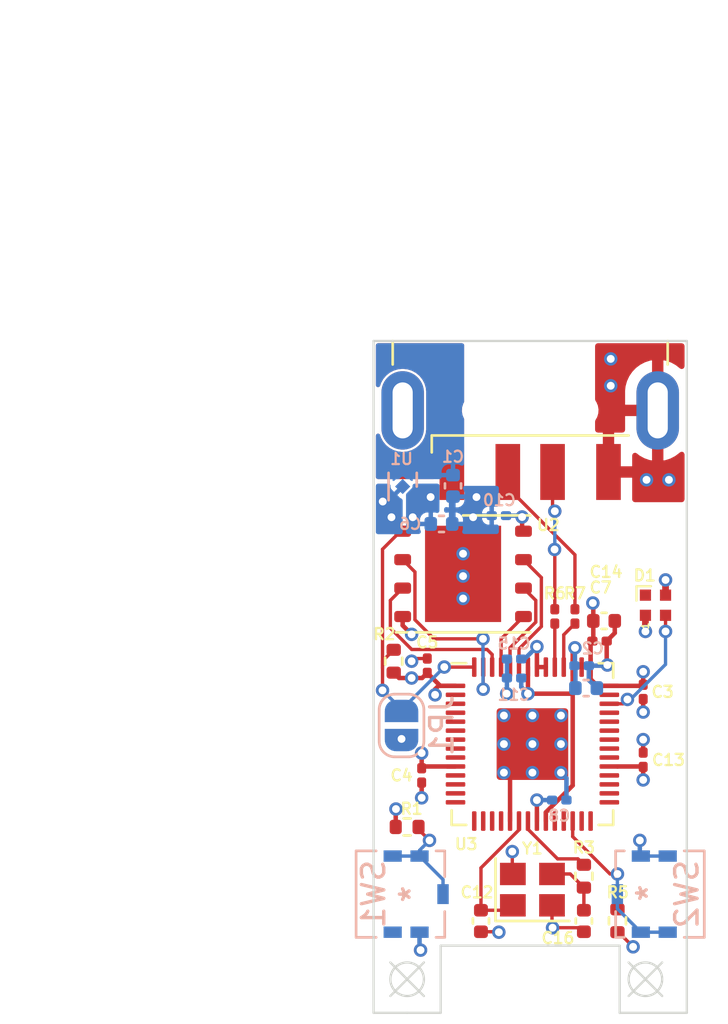
<source format=kicad_pcb>
(kicad_pcb (version 20211014) (generator pcbnew)
  (layers (0 "F.Cu" signal) (1 "In1.Cu" signal) (2 "In2.Cu" signal) (31 "B.Cu" signal) (34 "B.Paste" user) (35 "F.Paste" user) (36 "B.SilkS" user "B.Silkscreen") (37 "F.SilkS" user "F.Silkscreen") (38 "B.Mask" user) (39 "F.Mask" user) (44 "Edge.Cuts" user))
  (net 0 "")
  (net 1 "GND")
  (net 2 "+5V")
  (net 3 "+3V3")
  (net 4 "+1V1")
  (net 5 "/SAFE_BOOT")
  (net 6 "/RGB_DI")
  (net 8 "/QSPI_CS")
  (net 9 "/RESET")
  (net 10 "/USB_-")
  (net 11 "/USB_+")
  (net 13 "/X_IN")
  (net 14 "Net-(C16-Pad2)")
  (net 15 "/X_OUT")
  (net 16 "/USBR_+")
  (net 17 "/USBR_-")
  (net 18 "/QSPI_SD1")
  (net 19 "/QSPI_SD2")
  (net 20 "/QSPI_SD0")
  (net 21 "/QSPI_SCLK")
  (net 22 "/QSPI_SD3")
  (net 38 "/SWCLK")
  (net 39 "/SWD")
  (footprint "Capacitor_SMD:C_0201_0603Metric" (layer "F.Cu") (at 92.05 55.67 90)
    (fp_text reference "C3" (at 0 0.87) (layer "F.SilkS") (effects (font (size 0.5 0.5) (thickness 0.1))))
    (fp_text value "0.1uF")
    (pad "1" smd roundrect (at -0.32 0 90) (size 0.46 0.4) (layers "F.Cu" "F.Mask") (net 1 "GND"))
    (pad "2" smd roundrect (at 0.32 0 90) (size 0.46 0.4) (layers "F.Cu" "F.Mask") (net 3 "+3V3"))
  )
  (footprint "LED_SMD:LED_SK6812_EC15_1.5x1.5mm" (layer "F.Cu") (at 92.6 51.8 90)
    (fp_text reference "D1" (at 1.33 -0.48 180) (layer "F.SilkS") (effects (font (size 0.5 0.5) (thickness 0.1))))
    (fp_text value "SK6812")
    (fp_text user "1" (at -0.925 -0.45 90) (layer "F.SilkS") (effects (font (size 0.3 0.3) (thickness 0.075))))
    (pad "1" smd rect (at -0.45 -0.45 90) (size 0.5 0.5) (layers "F.Cu" "F.Paste" "F.Mask") (net 1 "GND"))
    (pad "2" smd rect (at -0.45 0.45 90) (size 0.5 0.5) (layers "F.Cu" "F.Paste" "F.Mask") (net 6 "/RGB_DI"))
    (pad "3" smd rect (at 0.45 0.45 90) (size 0.5 0.5) (layers "F.Cu" "F.Paste" "F.Mask") (net 3 "+3V3"))
    (pad "4" smd rect (at 0.45 -0.45 90) (size 0.5 0.5) (layers "F.Cu" "F.Paste" "F.Mask"))
  )
  (footprint "Package_SON:WSON-8-1EP_6x5mm_P1.27mm_EP3.4x4.3mm" (layer "F.Cu") (at 84 50.4)
    (fp_text reference "U2" (at 3.81 -2.18) (layer "F.SilkS") (effects (font (size 0.5 0.5) (thickness 0.1))))
    (fp_text value "W25Q32JVZP")
    (pad "1" smd roundrect (at -2.7 -1.905) (size 0.75 0.5) (layers "F.Cu" "F.Paste" "F.Mask") (net 8 "/QSPI_CS"))
    (pad "2" smd roundrect (at -2.7 -0.635) (size 0.75 0.5) (layers "F.Cu" "F.Paste" "F.Mask") (net 18 "/QSPI_SD1"))
    (pad "3" smd roundrect (at -2.7 0.635) (size 0.75 0.5) (layers "F.Cu" "F.Paste" "F.Mask") (net 19 "/QSPI_SD2"))
    (pad "4" smd roundrect (at -2.7 1.905) (size 0.75 0.5) (layers "F.Cu" "F.Paste" "F.Mask") (net 1 "GND"))
    (pad "5" smd roundrect (at 2.7 1.905) (size 0.75 0.5) (layers "F.Cu" "F.Paste" "F.Mask") (net 20 "/QSPI_SD0"))
    (pad "6" smd roundrect (at 2.7 0.635) (size 0.75 0.5) (layers "F.Cu" "F.Paste" "F.Mask") (net 21 "/QSPI_SCLK"))
    (pad "7" smd roundrect (at 2.7 -0.635) (size 0.75 0.5) (layers "F.Cu" "F.Paste" "F.Mask") (net 22 "/QSPI_SD3"))
    (pad "8" smd roundrect (at 2.7 -1.905) (size 0.75 0.5) (layers "F.Cu" "F.Paste" "F.Mask") (net 3 "+3V3"))
    (pad "9" smd rect (at 0 0) (size 3.4 4.3) (layers "F.Cu" "F.Mask") (net 1 "GND"))
  )
  (footprint "Resistor_SMD:R_0201_0603Metric" (layer "F.Cu") (at 89 52.3 90)
    (fp_text reference "R7" (at 1.03 0 180) (layer "F.SilkS") (effects (font (size 0.5 0.5) (thickness 0.1))))
    (fp_text value "27.4")
    (pad "1" smd roundrect (at -0.32 0 90) (size 0.46 0.4) (layers "F.Cu" "F.Mask") (net 17 "/USBR_-"))
    (pad "2" smd roundrect (at 0.32 0 90) (size 0.46 0.4) (layers "F.Cu" "F.Mask") (net 10 "/USB_-"))
  )
  (footprint "Capacitor_SMD:C_0201_0603Metric" (layer "F.Cu") (at 90.1 53.4 180)
    (fp_text reference "C7" (at -0.05 2.39 180) (layer "F.SilkS") (effects (font (size 0.5 0.5) (thickness 0.1))))
    (fp_text value "0.1uF")
    (pad "1" smd roundrect (at -0.32 0 180) (size 0.46 0.4) (layers "F.Cu" "F.Mask") (net 1 "GND"))
    (pad "2" smd roundrect (at 0.32 0 180) (size 0.46 0.4) (layers "F.Cu" "F.Mask") (net 3 "+3V3"))
  )
  (footprint "Resistor_SMD:R_0402_1005Metric" (layer "F.Cu") (at 81.5 61.7)
    (fp_text reference "R1" (at 0.2 -0.81) (layer "F.SilkS") (effects (font (size 0.5 0.5) (thickness 0.1))))
    (fp_text value "10k")
    (pad "1" smd roundrect (at -0.51 0) (size 0.54 0.64) (layers "F.Cu" "F.Paste" "F.Mask") (net 3 "+3V3"))
    (pad "2" smd roundrect (at 0.51 0) (size 0.54 0.64) (layers "F.Cu" "F.Paste" "F.Mask") (net 5 "/SAFE_BOOT"))
  )
  (footprint "Crystal:Crystal_SMD_2520-4Pin_2.5x2.0mm" (layer "F.Cu") (at 87.1 64.5)
    (fp_text reference "Y1" (at 0 -1.84) (layer "F.SilkS") (effects (font (size 0.5 0.5) (thickness 0.1))))
    (fp_text value "Crystal_GND24")
    (pad "1" smd rect (at -0.875 0.7) (size 1.15 1) (layers "F.Cu" "F.Paste" "F.Mask") (net 13 "/X_IN"))
    (pad "2" smd rect (at 0.875 0.7) (size 1.15 1) (layers "F.Cu" "F.Paste" "F.Mask") (net 1 "GND"))
    (pad "3" smd rect (at 0.875 -0.7) (size 1.15 1) (layers "F.Cu" "F.Paste" "F.Mask") (net 14 "Net-(C16-Pad2)"))
    (pad "4" smd rect (at -0.875 -0.7) (size 1.15 1) (layers "F.Cu" "F.Paste" "F.Mask") (net 1 "GND"))
  )
  (footprint "Capacitor_SMD:C_0201_0603Metric" (layer "F.Cu") (at 82.4 54.5 -90)
    (fp_text reference "C5" (at -1.04 0 180) (layer "F.SilkS") (effects (font (size 0.5 0.5) (thickness 0.1))))
    (fp_text value "0.1uF")
    (pad "1" smd roundrect (at -0.32 0 270) (size 0.46 0.4) (layers "F.Cu" "F.Mask") (net 1 "GND"))
    (pad "2" smd roundrect (at 0.32 0 270) (size 0.46 0.4) (layers "F.Cu" "F.Mask") (net 3 "+3V3"))
  )
  (footprint "Capacitor_SMD:C_0201_0603Metric" (layer "F.Cu") (at 82.15 59.4 90)
    (fp_text reference "C4" (at 0 -0.9 180) (layer "F.SilkS") (effects (font (size 0.5 0.5) (thickness 0.1))))
    (fp_text value "0.1uF")
    (pad "1" smd roundrect (at -0.32 0 90) (size 0.46 0.4) (layers "F.Cu" "F.Mask") (net 1 "GND"))
    (pad "2" smd roundrect (at 0.32 0 90) (size 0.46 0.4) (layers "F.Cu" "F.Mask") (net 3 "+3V3"))
  )
  (footprint "Capacitor_SMD:C_0402_1005Metric" (layer "F.Cu") (at 89.4 65.9 90)
    (fp_text reference "C16" (at -0.76 -1.16) (layer "F.SilkS") (effects (font (size 0.5 0.5) (thickness 0.1))))
    (fp_text value "26pF")
    (pad "1" smd roundrect (at -0.48 0 90) (size 0.56 0.62) (layers "F.Cu" "F.Paste" "F.Mask") (net 1 "GND"))
    (pad "2" smd roundrect (at 0.48 0 90) (size 0.56 0.62) (layers "F.Cu" "F.Paste" "F.Mask") (net 14 "Net-(C16-Pad2)"))
  )
  (footprint "RP2040_minimal:RP2040-QFN-56" (layer "F.Cu") (at 87.1 58)
    (fp_text reference "U3" (at -2.96 4.47) (layer "F.SilkS") (effects (font (size 0.5 0.5) (thickness 0.1))))
    (fp_text value "RP2040")
    (pad "1" smd roundrect locked (at -3.4375 -2.6) (size 0.875 0.2) (layers "F.Cu" "F.Paste" "F.Mask") (net 3 "+3V3"))
    (pad "2" smd roundrect locked (at -3.4375 -2.2) (size 0.875 0.2) (layers "F.Cu" "F.Paste" "F.Mask"))
    (pad "3" smd roundrect locked (at -3.4375 -1.8) (size 0.875 0.2) (layers "F.Cu" "F.Paste" "F.Mask"))
    (pad "4" smd roundrect locked (at -3.4375 -1.4) (size 0.875 0.2) (layers "F.Cu" "F.Paste" "F.Mask"))
    (pad "5" smd roundrect locked (at -3.4375 -1) (size 0.875 0.2) (layers "F.Cu" "F.Paste" "F.Mask"))
    (pad "6" smd roundrect locked (at -3.4375 -0.6) (size 0.875 0.2) (layers "F.Cu" "F.Paste" "F.Mask"))
    (pad "7" smd roundrect locked (at -3.4375 -0.2) (size 0.875 0.2) (layers "F.Cu" "F.Paste" "F.Mask"))
    (pad "8" smd roundrect locked (at -3.4375 0.2) (size 0.875 0.2) (layers "F.Cu" "F.Paste" "F.Mask"))
    (pad "9" smd roundrect locked (at -3.4375 0.6) (size 0.875 0.2) (layers "F.Cu" "F.Paste" "F.Mask"))
    (pad "10" smd roundrect locked (at -3.4375 1) (size 0.875 0.2) (layers "F.Cu" "F.Paste" "F.Mask") (net 3 "+3V3"))
    (pad "11" smd roundrect locked (at -3.4375 1.4) (size 0.875 0.2) (layers "F.Cu" "F.Paste" "F.Mask"))
    (pad "12" smd roundrect locked (at -3.4375 1.8) (size 0.875 0.2) (layers "F.Cu" "F.Paste" "F.Mask"))
    (pad "13" smd roundrect locked (at -3.4375 2.2) (size 0.875 0.2) (layers "F.Cu" "F.Paste" "F.Mask"))
    (pad "14" smd roundrect locked (at -3.4375 2.6) (size 0.875 0.2) (layers "F.Cu" "F.Paste" "F.Mask"))
    (pad "15" smd roundrect locked (at -2.6 3.4375) (size 0.2 0.875) (layers "F.Cu" "F.Paste" "F.Mask"))
    (pad "16" smd roundrect locked (at -2.2 3.4375) (size 0.2 0.875) (layers "F.Cu" "F.Paste" "F.Mask"))
    (pad "17" smd roundrect locked (at -1.8 3.4375) (size 0.2 0.875) (layers "F.Cu" "F.Paste" "F.Mask"))
    (pad "18" smd roundrect locked (at -1.4 3.4375) (size 0.2 0.875) (layers "F.Cu" "F.Paste" "F.Mask"))
    (pad "19" smd roundrect locked (at -1 3.4375) (size 0.2 0.875) (layers "F.Cu" "F.Paste" "F.Mask") (net 1 "GND"))
    (pad "20" smd roundrect locked (at -0.6 3.4375) (size 0.2 0.875) (layers "F.Cu" "F.Paste" "F.Mask") (net 13 "/X_IN"))
    (pad "21" smd roundrect locked (at -0.2 3.4375) (size 0.2 0.875) (layers "F.Cu" "F.Paste" "F.Mask") (net 15 "/X_OUT"))
    (pad "22" smd roundrect locked (at 0.2 3.4375) (size 0.2 0.875) (layers "F.Cu" "F.Paste" "F.Mask") (net 3 "+3V3"))
    (pad "23" smd roundrect locked (at 0.6 3.4375) (size 0.2 0.875) (layers "F.Cu" "F.Paste" "F.Mask") (net 4 "+1V1"))
    (pad "24" smd roundrect locked (at 1 3.4375) (size 0.2 0.875) (layers "F.Cu" "F.Paste" "F.Mask") (net 38 "/SWCLK"))
    (pad "25" smd roundrect locked (at 1.4 3.4375) (size 0.2 0.875) (layers "F.Cu" "F.Paste" "F.Mask") (net 39 "/SWD"))
    (pad "26" smd roundrect locked (at 1.8 3.4375) (size 0.2 0.875) (layers "F.Cu" "F.Paste" "F.Mask") (net 9 "/RESET"))
    (pad "27" smd roundrect locked (at 2.2 3.4375) (size 0.2 0.875) (layers "F.Cu" "F.Paste" "F.Mask"))
    (pad "28" smd roundrect locked (at 2.6 3.4375) (size 0.2 0.875) (layers "F.Cu" "F.Paste" "F.Mask"))
    (pad "29" smd roundrect locked (at 3.4375 2.6) (size 0.875 0.2) (layers "F.Cu" "F.Paste" "F.Mask"))
    (pad "30" smd roundrect locked (at 3.4375 2.2) (size 0.875 0.2) (layers "F.Cu" "F.Paste" "F.Mask"))
    (pad "31" smd roundrect locked (at 3.4375 1.8) (size 0.875 0.2) (layers "F.Cu" "F.Paste" "F.Mask"))
    (pad "32" smd roundrect locked (at 3.4375 1.4) (size 0.875 0.2) (layers "F.Cu" "F.Paste" "F.Mask"))
    (pad "33" smd roundrect locked (at 3.4375 1) (size 0.875 0.2) (layers "F.Cu" "F.Paste" "F.Mask") (net 3 "+3V3"))
    (pad "34" smd roundrect locked (at 3.4375 0.6) (size 0.875 0.2) (layers "F.Cu" "F.Paste" "F.Mask"))
    (pad "35" smd roundrect locked (at 3.4375 0.2) (size 0.875 0.2) (layers "F.Cu" "F.Paste" "F.Mask"))
    (pad "36" smd roundrect locked (at 3.4375 -0.2) (size 0.875 0.2) (layers "F.Cu" "F.Paste" "F.Mask"))
    (pad "37" smd roundrect locked (at 3.4375 -0.6) (size 0.875 0.2) (layers "F.Cu" "F.Paste" "F.Mask"))
    (pad "38" smd roundrect locked (at 3.4375 -1) (size 0.875 0.2) (layers "F.Cu" "F.Paste" "F.Mask"))
    (pad "39" smd roundrect locked (at 3.4375 -1.4) (size 0.875 0.2) (layers "F.Cu" "F.Paste" "F.Mask"))
    (pad "40" smd roundrect locked (at 3.4375 -1.8) (size 0.875 0.2) (layers "F.Cu" "F.Paste" "F.Mask") (net 6 "/RGB_DI"))
    (pad "41" smd roundrect locked (at 3.4375 -2.2) (size 0.875 0.2) (layers "F.Cu" "F.Paste" "F.Mask"))
    (pad "42" smd roundrect locked (at 3.4375 -2.6) (size 0.875 0.2) (layers "F.Cu" "F.Paste" "F.Mask") (net 3 "+3V3"))
    (pad "43" smd roundrect locked (at 2.6 -3.4375) (size 0.2 0.875) (layers "F.Cu" "F.Paste" "F.Mask") (net 3 "+3V3"))
    (pad "44" smd roundrect locked (at 2.2 -3.4375) (size 0.2 0.875) (layers "F.Cu" "F.Paste" "F.Mask") (net 3 "+3V3"))
    (pad "45" smd roundrect locked (at 1.8 -3.4375) (size 0.2 0.875) (layers "F.Cu" "F.Paste" "F.Mask") (net 4 "+1V1"))
    (pad "46" smd roundrect locked (at 1.4 -3.4375) (size 0.2 0.875) (layers "F.Cu" "F.Paste" "F.Mask") (net 17 "/USBR_-"))
    (pad "47" smd roundrect locked (at 1 -3.4375) (size 0.2 0.875) (layers "F.Cu" "F.Paste" "F.Mask") (net 16 "/USBR_+"))
    (pad "48" smd roundrect locked (at 0.6 -3.4375) (size 0.2 0.875) (layers "F.Cu" "F.Paste" "F.Mask") (net 3 "+3V3"))
    (pad "49" smd roundrect locked (at 0.2 -3.4375) (size 0.2 0.875) (layers "F.Cu" "F.Paste" "F.Mask") (net 3 "+3V3"))
    (pad "50" smd roundrect locked (at -0.2 -3.4375) (size 0.2 0.875) (layers "F.Cu" "F.Paste" "F.Mask") (net 4 "+1V1"))
    (pad "51" smd roundrect locked (at -0.6 -3.4375) (size 0.2 0.875) (layers "F.Cu" "F.Paste" "F.Mask") (net 22 "/QSPI_SD3"))
    (pad "52" smd roundrect locked (at -1 -3.4375) (size 0.2 0.875) (layers "F.Cu" "F.Paste" "F.Mask") (net 21 "/QSPI_SCLK"))
    (pad "53" smd roundrect locked (at -1.4 -3.4375) (size 0.2 0.875) (layers "F.Cu" "F.Paste" "F.Mask") (net 20 "/QSPI_SD0"))
    (pad "54" smd roundrect locked (at -1.8 -3.4375) (size 0.2 0.875) (layers "F.Cu" "F.Paste" "F.Mask") (net 19 "/QSPI_SD2"))
    (pad "55" smd roundrect locked (at -2.2 -3.4375) (size 0.2 0.875) (layers "F.Cu" "F.Paste" "F.Mask") (net 18 "/QSPI_SD1"))
    (pad "56" smd roundrect locked (at -2.6 -3.4375) (size 0.2 0.875) (layers "F.Cu" "F.Paste" "F.Mask") (net 8 "/QSPI_CS"))
    (pad "57" thru_hole circle locked (at -1.275 -1.275) (size 0.6 0.6) (drill 0.35) (layers *.Cu) (net 1 "GND"))
    (pad "57" thru_hole circle locked (at 0 1.275) (size 0.6 0.6) (drill 0.35) (layers *.Cu) (net 1 "GND"))
    (pad "57" thru_hole circle locked (at 1.275 0) (size 0.6 0.6) (drill 0.35) (layers *.Cu) (net 1 "GND"))
    (pad "57" thru_hole circle locked (at 0 0) (size 0.6 0.6) (drill 0.35) (layers *.Cu) (net 1 "GND"))
    (pad "57" thru_hole circle locked (at 1.275 -1.275) (size 0.6 0.6) (drill 0.35) (layers *.Cu) (net 1 "GND"))
    (pad "57" thru_hole circle locked (at -1.275 1.275) (size 0.6 0.6) (drill 0.35) (layers *.Cu) (net 1 "GND"))
    (pad "57" thru_hole circle locked (at 1.275 1.275) (size 0.6 0.6) (drill 0.35) (layers *.Cu) (net 1 "GND"))
    (pad "57" thru_hole circle locked (at 0 -1.275) (size 0.6 0.6) (drill 0.35) (layers *.Cu) (net 1 "GND"))
    (pad "57" thru_hole circle locked (at -1.275 0) (size 0.6 0.6) (drill 0.35) (layers *.Cu) (net 1 "GND"))
    (pad "57" smd roundrect locked (at 0 0) (size 3.2 3.2) (layers "F.Cu" "F.Mask") (roundrect_rratio 0.045) (net 1 "GND"))
  )
  (footprint "Resistor_SMD:R_0402_1005Metric" (layer "F.Cu") (at 90.9 65.89 90)
    (fp_text reference "R5" (at 1.27 0.01) (layer "F.SilkS") (effects (font (size 0.5 0.5) (thickness 0.1))))
    (fp_text value "10k" hide)
    (pad "1" smd roundrect (at -0.51 0 90) (size 0.54 0.64) (layers "F.Cu" "F.Paste" "F.Mask") (net 3 "+3V3"))
    (pad "2" smd roundrect (at 0.51 0 90) (size 0.54 0.64) (layers "F.Cu" "F.Paste" "F.Mask") (net 9 "/RESET"))
  )
  (footprint "Resistor_SMD:R_0402_1005Metric" (layer "F.Cu") (at 89.4 63.9 90)
    (fp_text reference "R3" (at 1.28 0 180) (layer "F.SilkS") (effects (font (size 0.5 0.5) (thickness 0.1))))
    (fp_text value "1k")
    (pad "1" smd roundrect (at -0.51 0 90) (size 0.54 0.64) (layers "F.Cu" "F.Paste" "F.Mask") (net 14 "Net-(C16-Pad2)"))
    (pad "2" smd roundrect (at 0.51 0 90) (size 0.54 0.64) (layers "F.Cu" "F.Paste" "F.Mask") (net 15 "/X_OUT"))
  )
  (footprint "Capacitor_SMD:C_0201_0603Metric" (layer "F.Cu") (at 92.05 58.7 -90)
    (fp_text reference "C13" (at 0.01 -1.13) (layer "F.SilkS") (effects (font (size 0.5 0.5) (thickness 0.1))))
    (fp_text value "0.1uF")
    (pad "1" smd roundrect (at -0.32 0 270) (size 0.46 0.4) (layers "F.Cu" "F.Mask") (net 1 "GND"))
    (pad "2" smd roundrect (at 0.32 0 270) (size 0.46 0.4) (layers "F.Cu" "F.Mask") (net 3 "+3V3"))
  )
  (footprint "Capacitor_SMD:C_0402_1005Metric" (layer "F.Cu") (at 84.8 65.9 90)
    (fp_text reference "C12" (at 1.28 -0.18 180) (layer "F.SilkS") (effects (font (size 0.5 0.5) (thickness 0.1))))
    (fp_text value "26pF")
    (pad "1" smd roundrect (at -0.48 0 90) (size 0.56 0.62) (layers "F.Cu" "F.Paste" "F.Mask") (net 1 "GND"))
    (pad "2" smd roundrect (at 0.48 0 90) (size 0.56 0.62) (layers "F.Cu" "F.Paste" "F.Mask") (net 13 "/X_IN"))
  )
  (footprint "Resistor_SMD:R_0201_0603Metric" (layer "F.Cu") (at 88.1 52.3 90)
    (fp_text reference "R6" (at 1.03 0 180) (layer "F.SilkS") (effects (font (size 0.5 0.5) (thickness 0.1))))
    (fp_text value "27.4")
    (pad "1" smd roundrect (at -0.32 0 90) (size 0.46 0.4) (layers "F.Cu" "F.Mask") (net 16 "/USBR_+"))
    (pad "2" smd roundrect (at 0.32 0 90) (size 0.46 0.4) (layers "F.Cu" "F.Mask") (net 11 "/USB_+"))
  )
  (footprint "Capacitor_SMD:C_0402_1005Metric" (layer "F.Cu") (at 90.3 52.5 180)
    (fp_text reference "C14" (at -0.09 2.19) (layer "F.SilkS") (effects (font (size 0.5 0.5) (thickness 0.1))))
    (fp_text value "1uF")
    (pad "1" smd roundrect (at -0.48 0 180) (size 0.56 0.62) (layers "F.Cu" "F.Paste" "F.Mask") (net 1 "GND"))
    (pad "2" smd roundrect (at 0.48 0 180) (size 0.56 0.62) (layers "F.Cu" "F.Paste" "F.Mask") (net 3 "+3V3"))
  )
  (footprint "Resistor_SMD:R_0402_1005Metric" (layer "F.Cu") (at 80.9 54.3 -90)
    (fp_text reference "R2" (at -1.21 0.42 180) (layer "F.SilkS") (effects (font (size 0.5 0.5) (thickness 0.1))))
    (fp_text value "10k")
    (pad "1" smd roundrect (at -0.51 0 270) (size 0.54 0.64) (layers "F.Cu" "F.Paste" "F.Mask") (net 8 "/QSPI_CS"))
    (pad "2" smd roundrect (at 0.51 0 270) (size 0.54 0.64) (layers "F.Cu" "F.Paste" "F.Mask") (net 3 "+3V3"))
  )
  (footprint "Connector_USB:USB_A_CNCTech_1001-011-01101_Horizontal" (layer "F.Cu") (at 87 36.2 90)
    (fp_text reference "J1" hide)
    (fp_text value "USB_A")
    (pad "" np_thru_hole circle locked (at -6.9 -2.3 90) (size 1.1 1.1) (drill 1.1) (layers *.Cu *.Mask))
    (pad "" np_thru_hole circle locked (at -6.9 2.3 90) (size 1.1 1.1) (drill 1.1) (layers *.Cu *.Mask))
    (pad "1" smd rect locked (at -9.65 -3.5 90) (size 2.5 1.1) (layers "F.Cu" "F.Paste" "F.Mask") (net 2 "+5V"))
    (pad "2" smd rect locked (at -9.65 -1 90) (size 2.5 1.1) (layers "F.Cu" "F.Paste" "F.Mask") (net 10 "/USB_-"))
    (pad "3" smd rect locked (at -9.65 1 90) (size 2.5 1.1) (layers "F.Cu" "F.Paste" "F.Mask") (net 11 "/USB_+"))
    (pad "4" smd rect locked (at -9.65 3.5 90) (size 2.5 1.1) (layers "F.Cu" "F.Paste" "F.Mask") (net 1 "GND"))
    (pad "5" thru_hole oval locked (at -6.9 -5.7 90) (size 3.5 1.9) (drill oval 2.5 0.9) (layers *.Cu *.Mask) (net 1 "GND"))
    (pad "5" thru_hole oval locked (at -6.9 5.7 90) (size 3.5 1.9) (drill oval 2.5 0.9) (layers *.Cu *.Mask) (net 1 "GND"))
  )
  (footprint "R-WHATEVER:R-667799" (layer "B.Cu") (at 81.2 64.7 90)
    (fp_text reference "SW1" (at 0 -1.2 90) (layer "B.SilkS") (effects (justify mirror)))
    (fp_text value "R-667799" hide)
    (fp_text user "*" (at 0 0.5 90) (layer "B.SilkS") (effects (justify mirror)))
    (pad "" np_thru_hole circle (at 1.000001 0.2542 90) (size 0.7112 0.7112) (drill 0.7112) (layers *.Cu *.Mask))
    (pad "" np_thru_hole circle (at -1.000001 0.2542 90) (size 0.7112 0.7112) (drill 0.7112) (layers *.Cu *.Mask))
    (pad "A" smd rect (at -1.700002 -0.345799 90) (size 0.508 0.8128) (layers "B.Cu" "B.Paste" "B.Mask") (net 1 "GND"))
    (pad "B1" smd rect (at 1.700002 -0.345799 90) (size 0.508 0.8128) (layers "B.Cu" "B.Paste" "B.Mask") (net 5 "/SAFE_BOOT"))
    (pad "B2" smd rect (at 1.700002 0.854199 90) (size 0.508 0.8128) (layers "B.Cu" "B.Paste" "B.Mask") (net 5 "/SAFE_BOOT"))
    (pad "B3" smd rect (at 0 1.904199 90) (size 0.889 0.508) (layers "B.Cu" "B.Paste" "B.Mask") (net 5 "/SAFE_BOOT"))
    (pad "G" smd rect (at -1.700002 0.854199 90) (size 0.508 0.8128) (layers "B.Cu" "B.Paste" "B.Mask") (net 1 "GND"))
  )
  (footprint "Capacitor_SMD:C_0402_1005Metric" (layer "B.Cu") (at 83.55 46.47 90)
    (fp_text reference "C1" (at 1.3 0 180) (layer "B.SilkS") (effects (font (size 0.5 0.5) (thickness 0.1)) (justify mirror)))
    (fp_text value "1uF")
    (pad "1" smd roundrect (at -0.48 0 90) (size 0.56 0.62) (layers "B.Cu" "B.Paste" "B.Mask") (net 1 "GND"))
    (pad "2" smd roundrect (at 0.48 0 90) (size 0.56 0.62) (layers "B.Cu" "B.Paste" "B.Mask") (net 2 "+5V"))
  )
  (footprint "Capacitor_SMD:C_0201_0603Metric" (layer "B.Cu") (at 88.3 60.5 180)
    (fp_text reference "C8" (at 0 -0.7) (layer "B.SilkS") (effects (font (size 0.5 0.5) (thickness 0.1)) (justify mirror)))
    (fp_text value "0.1uF")
    (pad "1" smd roundrect (at -0.32 0 180) (size 0.46 0.4) (layers "B.Cu" "B.Mask") (net 1 "GND"))
    (pad "2" smd roundrect (at 0.32 0 180) (size 0.46 0.4) (layers "B.Cu" "B.Mask") (net 3 "+3V3"))
  )
  (footprint "Jumper:SolderJumper-2_P1.3mm_Open_RoundedPad1.0x1.5mm" (layer "B.Cu") (at 81.25 57.17 90)
    (fp_text reference "JP1" (at 0 1.8 90) (layer "B.SilkS") (effects (justify mirror)))
    (fp_text value "SolderJumper_2_Open")
    (pad "1" smd custom (at -0.65 0 90) (size 1 0.5) (layers "B.Cu" "B.Mask") (net 1 "GND") (options (clearance outline) (anchor rect)) (primitives (gr_circle (center 0 -0.25) (end 0.5 -0.25) (width 0) (fill yes)) (gr_circle (center 0 0.25) (end 0.5 0.25) (width 0) (fill yes)) (gr_poly (pts (xy 0.5 -0.75) (xy 0 -0.75) (xy 0 0.75) (xy 0.5 0.75)) (width 0) (fill yes))))
    (pad "2" smd custom (at 0.65 0 90) (size 1 0.5) (layers "B.Cu" "B.Mask") (net 8 "/QSPI_CS") (options (clearance outline) (anchor rect)) (primitives (gr_circle (center 0 -0.25) (end 0.5 -0.25) (width 0) (fill yes)) (gr_circle (center 0 0.25) (end 0.5 0.25) (width 0) (fill yes)) (gr_poly (pts (xy 0 -0.75) (xy -0.5 -0.75) (xy -0.5 0.75) (xy 0 0.75)) (width 0) (fill yes))))
  )
  (footprint "Capacitor_SMD:C_0402_1005Metric" (layer "B.Cu") (at 83.036 48.17 180)
    (fp_text reference "C6" (at 1.4 0 180) (layer "B.SilkS") (effects (font (size 0.5 0.5) (thickness 0.1)) (justify mirror)))
    (fp_text value "1uF")
    (pad "1" smd roundrect (at -0.48 0 180) (size 0.56 0.62) (layers "B.Cu" "B.Paste" "B.Mask") (net 1 "GND"))
    (pad "2" smd roundrect (at 0.48 0 180) (size 0.56 0.62) (layers "B.Cu" "B.Paste" "B.Mask") (net 3 "+3V3"))
  )
  (footprint "Capacitor_SMD:C_0201_0603Metric" (layer "B.Cu") (at 86.28 54.2)
    (fp_text reference "C15" (at 0 -0.69) (layer "B.SilkS") (effects (font (size 0.5 0.5) (thickness 0.1)) (justify mirror)))
    (fp_text value "0.1uF")
    (pad "1" smd roundrect (at -0.32 0) (size 0.46 0.4) (layers "B.Cu" "B.Mask") (net 1 "GND"))
    (pad "2" smd roundrect (at 0.32 0) (size 0.46 0.4) (layers "B.Cu" "B.Mask") (net 3 "+3V3"))
  )
  (footprint "R-WHATEVER:R-667799" (layer "B.Cu") (at 92.8 64.7 -90)
    (fp_text reference "SW2" (at 0 -1.2 90) (layer "B.SilkS") (effects (justify mirror)))
    (fp_text value "R-667799" hide)
    (fp_text user "*" (at -0.05 0.5 90) (layer "B.SilkS") (effects (justify mirror)))
    (pad "" np_thru_hole circle (at -1.000001 0.2542 270) (size 0.7112 0.7112) (drill 0.7112) (layers *.Cu *.Mask))
    (pad "" np_thru_hole circle (at 1.000001 0.2542 270) (size 0.7112 0.7112) (drill 0.7112) (layers *.Cu *.Mask))
    (pad "A" smd rect (at -1.700002 -0.345799 270) (size 0.508 0.8128) (layers "B.Cu" "B.Paste" "B.Mask") (net 1 "GND"))
    (pad "B1" smd rect (at 1.700002 -0.345799 270) (size 0.508 0.8128) (layers "B.Cu" "B.Paste" "B.Mask") (net 9 "/RESET"))
    (pad "B2" smd rect (at 1.700002 0.854199 270) (size 0.508 0.8128) (layers "B.Cu" "B.Paste" "B.Mask") (net 9 "/RESET"))
    (pad "B3" smd rect (at 0 1.904199 270) (size 0.889 0.508) (layers "B.Cu" "B.Paste" "B.Mask") (net 9 "/RESET"))
    (pad "G" smd rect (at -1.700002 0.854199 270) (size 0.508 0.8128) (layers "B.Cu" "B.Paste" "B.Mask") (net 1 "GND"))
  )
  (footprint "Package_DFN_QFN:UDFN-4-1EP_1x1mm_P0.65mm_EP0.48x0.48mm" (layer "B.Cu") (at 81.3 46.5 90)
    (fp_text reference "U1" (at 1.23 -0.05 180) (layer "B.SilkS") (effects (font (size 0.5 0.5) (thickness 0.1)) (justify mirror)))
    (fp_text value "MIC5504-3.3YMT")
    (pad "1" smd custom (at -0.54 0.325 90) (size 0.22 0.25) (layers "B.Cu" "B.Paste" "B.Mask") (net 3 "+3V3") (options (clearance outline) (anchor rect)) (primitives (gr_poly (pts (xy 0.11 -0.125) (xy 0.11 0.125) (xy 0.36 0.125)) (width 0) (fill yes))))
    (pad "2" smd custom (at -0.54 -0.325 90) (size 0.22 0.25) (layers "B.Cu" "B.Paste" "B.Mask") (net 1 "GND") (options (clearance outline) (anchor rect)) (primitives (gr_poly (pts (xy 0.29 -0.055) (xy 0.29 -0.125) (xy 0.11 -0.125) (xy 0.11 0.125)) (width 0) (fill yes))))
    (pad "3" smd custom (at 0.54 -0.325 90) (size 0.22 0.25) (layers "B.Cu" "B.Paste" "B.Mask") (net 2 "+5V") (options (clearance outline) (anchor rect)) (primitives (gr_poly (pts (xy -0.11 -0.125) (xy -0.29 -0.125) (xy -0.29 -0.055) (xy -0.11 0.125)) (width 0) (fill yes))))
    (pad "4" smd custom (at 0.54 0.325 90) (size 0.22 0.25) (layers "B.Cu" "B.Paste" "B.Mask") (net 2 "+5V") (options (clearance outline) (anchor rect)) (primitives (gr_poly (pts (xy -0.11 -0.125) (xy -0.29 0.055) (xy -0.29 0.125) (xy -0.11 0.125)) (width 0) (fill yes))))
    (pad "5" smd rect (at 0 0 45) (size 0.48 0.48) (layers "B.Cu" "B.Paste" "B.Mask") (net 1 "GND"))
  )
  (footprint "Capacitor_SMD:C_0201_0603Metric" (layer "B.Cu") (at 89.3 54.5 180)
    (fp_text reference "C9" hide)
    (fp_text value "0.1uF")
    (pad "1" smd roundrect (at -0.32 0 180) (size 0.46 0.4) (layers "B.Cu" "B.Mask") (net 1 "GND"))
    (pad "2" smd roundrect (at 0.32 0 180) (size 0.46 0.4) (layers "B.Cu" "B.Mask") (net 4 "+1V1"))
  )
  (footprint "Capacitor_SMD:C_0201_0603Metric" (layer "B.Cu") (at 85.6 47.8)
    (fp_text reference "C10" (at 0.02 -0.69) (layer "B.SilkS") (effects (font (size 0.5 0.5) (thickness 0.1)) (justify mirror)))
    (fp_text value "0.1uF")
    (pad "1" smd roundrect (at -0.32 0) (size 0.46 0.4) (layers "B.Cu" "B.Mask") (net 1 "GND"))
    (pad "2" smd roundrect (at 0.32 0) (size 0.46 0.4) (layers "B.Cu" "B.Mask") (net 3 "+3V3"))
  )
  (footprint "Capacitor_SMD:C_0402_1005Metric" (layer "B.Cu") (at 89.5 55.5 180)
    (fp_text reference "C2" (at -0.3 1.77 180) (layer "B.SilkS") (effects (font (size 0.5 0.5) (thickness 0.1)) (justify mirror)))
    (fp_text value "1uF")
    (pad "1" smd roundrect (at -0.48 0 180) (size 0.56 0.62) (layers "B.Cu" "B.Paste" "B.Mask") (net 1 "GND"))
    (pad "2" smd roundrect (at 0.48 0 180) (size 0.56 0.62) (layers "B.Cu" "B.Paste" "B.Mask") (net 4 "+1V1"))
  )
  (footprint "Capacitor_SMD:C_0201_0603Metric" (layer "B.Cu") (at 86.28 55.05)
    (fp_text reference "C11" (at 0 0.75) (layer "B.SilkS") (effects (font (size 0.5 0.5) (thickness 0.1)) (justify mirror)))
    (fp_text value "0.1uF")
    (pad "1" smd roundrect (at -0.32 0) (size 0.46 0.4) (layers "B.Cu" "B.Mask") (net 1 "GND"))
    (pad "2" smd roundrect (at 0.32 0) (size 0.46 0.4) (layers "B.Cu" "B.Mask") (net 4 "+1V1"))
  )
  (gr_line (start 80 70) (end 81.5 70) (layer "Edge.Cuts") (width 0.1))
  (gr_line (start 91 67) (end 91 70) (layer "Edge.Cuts") (width 0.1))
  (gr_line (start 80 40) (end 80 70) (layer "Edge.Cuts") (width 0.1))
  (gr_line (start 81.5 70) (end 83 70) (layer "Edge.Cuts") (width 0.1))
  (gr_line (start 83 67) (end 91 67) (layer "Edge.Cuts") (width 0.1))
  (gr_line (start 91 70) (end 94 70) (layer "Edge.Cuts") (width 0.1))
  (gr_line (start 94 40) (end 80 40) (layer "Edge.Cuts") (width 0.1))
  (gr_line (start 83 70) (end 83 67) (layer "Edge.Cuts") (width 0.1))
  (gr_line (start 94 70) (end 94 40) (layer "Edge.Cuts") (width 0.1))
  (target x (at 81.5 68.5) (size 1.5) (width 0.1) (layer "Edge.Cuts"))
  (target x (at 92.15 68.5) (size 1.5) (width 0.1) (layer "Edge.Cuts"))
  (segment (start 92.05 58.38) (end 92.05 57.8) (width 0.2) (layer "F.Cu") (net 1))
  (segment (start 86.1 59.55) (end 85.825 59.275) (width 0.2) (layer "F.Cu") (net 1))
  (segment (start 90.42 54.44) (end 90.45 54.47) (width 0.2) (layer "F.Cu") (net 1))
  (segment (start 92.05 56.57) (end 92.05 55.99) (width 0.2) (layer "F.Cu") (net 1))
  (segment (start 89.22 66.2) (end 89.4 66.38) (width 0.15) (layer "F.Cu") (net 1))
  (segment (start 88 66.2) (end 89.22 66.2) (width 0.15) (layer "F.Cu") (net 1))
  (segment (start 81.82 54.18) (end 81.7 54.3) (width 0.15) (layer "F.Cu") (net 1))
  (segment (start 86.2 62.8) (end 86.2 63.775) (width 0.15) (layer "F.Cu") (net 1))
  (segment (start 82.4 54.18) (end 81.82 54.18) (width 0.15) (layer "F.Cu") (net 1))
  (segment (start 87.975 66.175) (end 88 66.2) (width 0.15) (layer "F.Cu") (net 1))
  (segment (start 90.42 53.4) (end 90.42 54.44) (width 0.2) (layer "F.Cu") (net 1))
  (segment (start 81.3 52.305) (end 81.3 52.7) (width 0.2) (layer "F.Cu") (net 1))
  (segment (start 86.1 61.4375) (end 86.1 59.55) (width 0.2) (layer "F.Cu") (net 1))
  (segment (start 92.15 52.25) (end 92.15 52.97) (width 0.3) (layer "F.Cu") (net 1))
  (segment (start 85.58 66.38) (end 85.6 66.4) (width 0.15) (layer "F.Cu") (net 1))
  (segment (start 84.8 66.38) (end 85.58 66.38) (width 0.15) (layer "F.Cu") (net 1))
  (segment (start 90.78 53.04) (end 90.42 53.4) (width 0.2) (layer "F.Cu") (net 1))
  (segment (start 87.975 65.2) (end 87.975 66.175) (width 0.15) (layer "F.Cu") (net 1))
  (segment (start 82.15 59.72) (end 82.15 60.4) (width 0.2) (layer "F.Cu") (net 1))
  (segment (start 90.78 52.5) (end 90.78 53.04) (width 0.2) (layer "F.Cu") (net 1))
  (segment (start 81.3 52.7) (end 81.7 53.1) (width 0.2) (layer "F.Cu") (net 1))
  (segment (start 86.2 63.775) (end 86.225 63.8) (width 0.15) (layer "F.Cu") (net 1))
  (via (at 90.6 42) (size 0.6) (drill 0.35) (layers "F.Cu" "B.Cu") (net 1))
  (via (at 92.05 56.57) (size 0.6) (drill 0.35) (layers "F.Cu" "B.Cu") (net 1))
  (via (at 80.8 47.87) (size 0.6) (drill 0.35) (layers "F.Cu" "B.Cu") (net 1))
  (via (at 85.95 55.75) (size 0.6) (drill 0.35) (layers "F.Cu" "B.Cu") (net 1))
  (via (at 84.6 46.97) (size 0.6) (drill 0.35) (layers "F.Cu" "B.Cu") (net 1))
  (via (at 84 51.5) (size 0.6) (drill 0.35) (layers "F.Cu" "B.Cu") (net 1))
  (via (at 82.15 60.4) (size 0.6) (drill 0.35) (layers "F.Cu" "B.Cu") (net 1))
  (via (at 92.2 46.2) (size 0.6) (drill 0.35) (layers "F.Cu" "B.Cu") (net 1))
  (via (at 92.15 52.97) (size 0.6) (drill 0.35) (layers "F.Cu" "B.Cu") (net 1))
  (via (at 86.2 62.8) (size 0.6) (drill 0.35) (layers "F.Cu" "B.Cu") (net 1))
  (via (at 91.9 62.3) (size 0.6) (drill 0.35) (layers "F.Cu" "B.Cu") (net 1))
  (via (at 84 50.5) (size 0.6) (drill 0.35) (layers "F.Cu" "B.Cu") (net 1))
  (via (at 81.7 53.1) (size 0.6) (drill 0.35) (layers "F.Cu" "B.Cu") (net 1))
  (via (at 82.1 67.2) (size 0.6) (drill 0.35) (layers "F.Cu" "B.Cu") (net 1))
  (via (at 88 66.2) (size 0.6) (drill 0.35) (layers "F.Cu" "B.Cu") (net 1))
  (via (at 90.45 54.47) (size 0.6) (drill 0.35) (layers "F.Cu" "B.Cu") (net 1))
  (via (at 90.6 40.8) (size 0.6) (drill 0.35) (layers "F.Cu" "B.Cu") (net 1))
  (via (at 84 49.5) (size 0.6) (drill 0.35) (layers "F.Cu" "B.Cu") (net 1))
  (via (at 81.25 57.77) (size 0.6) (drill 0.35) (layers "F.Cu" "B.Cu") (net 1))
  (via (at 93.2 46.2) (size 0.6) (drill 0.35) (layers "F.Cu" "B.Cu") (net 1))
  (via (at 92.05 57.8) (size 0.6) (drill 0.35) (layers "F.Cu" "B.Cu") (net 1))
  (via (at 81.7 54.3) (size 0.6) (drill 0.35) (layers "F.Cu" "B.Cu") (net 1))
  (via (at 85.6 66.4) (size 0.6) (drill 0.35) (layers "F.Cu" "B.Cu") (net 1))
  (via (at 80.41 47.17) (size 0.6) (drill 0.35) (layers "F.Cu" "B.Cu") (net 1))
  (via (at 84.45 47.87) (size 0.6) (drill 0.35) (layers "F.Cu" "B.Cu") (net 1))
  (segment (start 90.42 54.5) (end 90.45 54.47) (width 0.2) (layer "B.Cu") (net 1))
  (segment (start 88.62 60.5) (end 88.62 59.52) (width 0.2) (layer "B.Cu") (net 1))
  (segment (start 85.96 55.74) (end 85.95 55.75) (width 0.2) (layer "B.Cu") (net 1))
  (segment (start 91.9 62.3) (end 91.9 62.954197) (width 0.2) (layer "B.Cu") (net 1))
  (segment (start 89.62 55.14) (end 89.98 55.5) (width 0.2) (layer "B.Cu") (net 1))
  (segment (start 88.62 59.52) (end 88.375 59.275) (width 0.2) (layer "B.Cu") (net 1))
  (segment (start 82.054199 67.154199) (end 82.1 67.2) (width 0.2) (layer "B.Cu") (net 1))
  (segment (start 83.516 48.17) (end 83.516 46.984) (width 0.3) (layer "B.Cu") (net 1))
  (segment (start 82.054199 66.400002) (end 82.054199 67.154199) (width 0.2) (layer "B.Cu") (net 1))
  (segment (start 83.516 46.984) (end 83.55 46.95) (width 0.3) (layer "B.Cu") (net 1))
  (segment (start 89.62 54.5) (end 89.62 55.14) (width 0.2) (layer "B.Cu") (net 1))
  (segment (start 89.62 54.5) (end 90.42 54.5) (width 0.2) (layer "B.Cu") (net 1))
  (segment (start 91.945801 62.999998) (end 93.145799 62.999998) (width 0.15) (layer "B.Cu") (net 1))
  (segment (start 85.96 54.2) (end 85.96 55.74) (width 0.2) (layer "B.Cu") (net 1))
  (segment (start 91.9 62.954197) (end 91.945801 62.999998) (width 0.2) (layer "B.Cu") (net 1))
  (segment (start 92.05 55.35) (end 92.05 54.77) (width 0.2) (layer "F.Cu") (net 3))
  (segment (start 89.7 54.5625) (end 89.7 53.48) (width 0.2) (layer "F.Cu") (net 3))
  (segment (start 82.9 55.4) (end 82.75 55.55) (width 0.2) (layer "F.Cu") (net 3))
  (segment (start 92.03 59) (end 92.05 59.02) (width 0.2) (layer "F.Cu") (net 3))
  (segment (start 83.6625 59) (end 82.23 59) (width 0.2) (layer "F.Cu") (net 3))
  (segment (start 89.3 54.5625) (end 89.7 54.5625) (width 0.2) (layer "F.Cu") (net 3))
  (segment (start 90.9 66.4) (end 90.946496 66.4) (width 0.15) (layer "F.Cu") (net 3))
  (segment (start 82.75 55.55) (end 82.75 55.9) (width 0.2) (layer "F.Cu") (net 3))
  (segment (start 90.8875 59) (end 92.03 59) (width 0.2) (layer "F.Cu") (net 3))
  (segment (start 90 55.4) (end 89.7 55.1) (width 0.2) (layer "F.Cu") (net 3))
  (segment (start 83.6625 55.4) (end 82.98 55.4) (width 0.2) (layer "F.Cu") (net 3))
  (segment (start 81.7 55.05) (end 81.14 55.05) (width 0.2) (layer "F.Cu") (net 3))
  (segment (start 86.639477 47.860523) (end 86.639477 48.434477) (width 0.2) (layer "F.Cu") (net 3))
  (segment (start 87.3 53.75) (end 87.3 53.65) (width 0.2) (layer "F.Cu") (net 3))
  (segment (start 90.5375 55.4) (end 90 55.4) (width 0.2) (layer "F.Cu") (net 3))
  (segment (start 89.82 52.5) (end 89.82 53.36) (width 0.2) (layer "F.Cu") (net 3))
  (segment (start 90.5375 55.4) (end 92 55.4) (width 0.2) (layer "F.Cu") (net 3))
  (segment (start 80.99 61.7) (end 80.99 60.81) (width 0.2) (layer "F.Cu") (net 3))
  (segment (start 93.05 51.35) (end 93.05 50.67) (width 0.3) (layer "F.Cu") (net 3))
  (segment (start 83.6625 55.4) (end 82.9 55.4) (width 0.2) (layer "F.Cu") (net 3))
  (segment (start 81.7 55.05) (end 82.17 55.05) (width 0.2) (layer "F.Cu") (net 3))
  (segment (start 81.14 55.05) (end 80.9 54.81) (width 0.2) (layer "F.Cu") (net 3))
  (segment (start 90.946496 66.4) (end 91.6 67.053504) (width 0.15) (layer "F.Cu") (net 3))
  (segment (start 89.7 55.1) (end 89.7 54.5625) (width 0.2) (layer "F.Cu") (net 3))
  (segment (start 89.82 52.5) (end 89.82 51.72) (width 0.2) (layer "F.Cu") (net 3))
  (segment (start 82.23 59) (end 82.15 59.08) (width 0.2) (layer "F.Cu") (net 3))
  (segment (start 92.05 59.02) (end 92.05 59.6) (width 0.2) (layer "F.Cu") (net 3))
  (segment (start 87.7 54.5625) (end 87.3 54.5625) (width 0.2) (layer "F.Cu") (net 3))
  (segment (start 89.82 51.72) (end 89.8 51.7) (width 0.2) (layer "F.Cu") (net 3))
  (segment (start 83.5925 59) (end 82.23 59) (width 0.15) (layer "F.Cu") (net 3))
  (segment (start 82.98 55.4) (end 82.4 54.82) (width 0.2) (layer "F.Cu") (net 3))
  (segment (start 87.3 61.4375) (end 87.3 60.5) (width 0.2) (layer "F.Cu") (net 3))
  (segment (start 89.7 53.48) (end 89.78 53.4) (width 0.2) (layer "F.Cu") (net 3))
  (segment (start 87.3 54.5625) (end 87.3 53.75) (width 0.2) (layer "F.Cu") (net 3))
  (segment (start 89.82 53.36) (end 89.78 53.4) (width 0.2) (layer "F.Cu") (net 3))
  (segment (start 86.639477 48.434477) (end 86.7 48.495) (width 0.2) (layer "F.Cu") (net 3))
  (segment (start 82.15 59.08) (end 82.15 58.4) (width 0.2) (layer "F.Cu") (net 3))
  (segment (start 92 55.4) (end 92.05 55.35) (width 0.2) (layer "F.Cu") (net 3))
  (segment (start 82.17 55.05) (end 82.4 54.82) (width 0.2) (layer "F.Cu") (net 3))
  (via (at 86.639477 47.860523) (size 0.6) (drill 0.35) (layers "F.Cu" "B.Cu") (net 3))
  (via (at 89.8 51.7) (size 0.6) (drill 0.35) (layers "F.Cu" "B.Cu") (net 3))
  (via (at 92.05 59.6) (size 0.6) (drill 0.35) (layers "F.Cu" "B.Cu") (net 3))
  (via (at 82.15 58.4) (size 0.6) (drill 0.35) (layers "F.Cu" "B.Cu") (net 3))
  (via (at 93.05 50.67) (size 0.6) (drill 0.35) (layers "F.Cu" "B.Cu") (net 3))
  (via (at 87.3 53.65) (size 0.6) (drill 0.35) (layers "F.Cu" "B.Cu") (net 3))
  (via (at 87.3 60.5) (size 0.6) (drill 0.35) (layers "F.Cu" "B.Cu") (net 3))
  (via (at 81.7 55.05) (size 0.6) (drill 0.35) (layers "F.Cu" "B.Cu") (net 3))
  (via (at 82.55 46.97) (size 0.6) (drill 0.35) (layers "F.Cu" "B.Cu") (net 3))
  (via (at 81 60.9) (size 0.6) (drill 0.35) (layers "F.Cu" "B.Cu") (net 3))
  (via (at 81.75 47.87) (size 0.6) (drill 0.35) (layers "F.Cu" "B.Cu") (net 3))
  (via (at 91.6 67.053504) (size 0.6) (drill 0.35) (layers "F.Cu" "B.Cu") (net 3))
  (via (at 82.75 55.8) (size 0.6) (drill 0.35) (layers "F.Cu" "B.Cu") (net 3))
  (via (at 92.05 54.77) (size 0.6) (drill 0.35) (layers "F.Cu" "B.Cu") (net 3))
  (segment (start 85.82 47.8) (end 86.578954 47.8) (width 0.2) (layer "B.Cu") (net 3))
  (segment (start 87.3 60.5) (end 87.98 60.5) (width 0.2) (layer "B.Cu") (net 3))
  (segment (start 86.578954 47.8) (end 86.639477 47.860523) (width 0.2) (layer "B.Cu") (net 3))
  (segment (start 86.75 54.2) (end 87.3 53.65) (width 0.2) (layer "B.Cu") (net 3))
  (segment (start 86.6 54.2) (end 86.75 54.2) (width 0.2) (layer "B.Cu") (net 3))
  (segment (start 88.9 59.847126) (end 88.9 55.7) (width 0.2) (layer "F.Cu") (net 4))
  (segment (start 88.9 55.7) (end 88.9 54.5625) (width 0.2) (layer "F.Cu") (net 4))
  (segment (start 86.9 55.75) (end 88.85 55.75) (width 0.2) (layer "F.Cu") (net 4))
  (segment (start 88.9 53.8) (end 89 53.7) (width 0.2) (layer "F.Cu") (net 4))
  (segment (start 88.9 54.5625) (end 88.9 53.8) (width 0.2) (layer "F.Cu") (net 4))
  (segment (start 87.7 61.047126) (end 88.9 59.847126) (width 0.2) (layer "F.Cu") (net 4))
  (segment (start 88.85 55.75) (end 88.9 55.7) (width 0.2) (layer "F.Cu") (net 4))
  (segment (start 86.9 55.75) (end 86.9 54.5625) (width 0.2) (layer "F.Cu") (net 4))
  (segment (start 87.7 61.4375) (end 87.7 61.047126) (width 0.2) (layer "F.Cu") (net 4))
  (via (at 89 53.7) (size 0.6) (drill 0.35) (layers "F.Cu" "B.Cu") (net 4))
  (via (at 86.9 55.75) (size 0.6) (drill 0.35) (layers "F.Cu" "B.Cu") (net 4))
  (segment (start 86.6 55.05) (end 86.6 55.45) (width 0.2) (layer "B.Cu") (net 4))
  (segment (start 89.02 54.6) (end 89.02 55.56) (width 0.2) (layer "B.Cu") (net 4))
  (segment (start 89 54.58) (end 89.02 54.6) (width 0.2) (layer "B.Cu") (net 4))
  (segment (start 86.6 55.45) (end 86.9 55.75) (width 0.2) (layer "B.Cu") (net 4))
  (segment (start 89 53.7) (end 89 54.58) (width 0.2) (layer "B.Cu") (net 4))
  (segment (start 82.01 61.81) (end 82.5 62.3) (width 0.15) (layer "F.Cu") (net 5))
  (segment (start 82.01 61.7) (end 82.01 61.81) (width 0.15) (layer "F.Cu") (net 5))
  (via (at 82.5 62.3) (size 0.6) (drill 0.35) (layers "F.Cu" "B.Cu") (net 5))
  (segment (start 80.854201 62.999998) (end 82.054199 62.999998) (width 0.15) (layer "B.Cu") (net 5))
  (segment (start 82.054199 62.999998) (end 83.104199 64.049998) (width 0.15) (layer "B.Cu") (net 5))
  (segment (start 83.104199 64.049998) (end 83.104199 64.7) (width 0.15) (layer "B.Cu") (net 5))
  (segment (start 82.054199 62.999998) (end 82.054199 62.745801) (width 0.15) (layer "B.Cu") (net 5))
  (segment (start 82.054199 62.745801) (end 82.5 62.3) (width 0.15) (layer "B.Cu") (net 5))
  (segment (start 91.15237 56.2) (end 91.346675 56.005695) (width 0.15) (layer "F.Cu") (net 6))
  (segment (start 90.5375 56.2) (end 91.15237 56.2) (width 0.15) (layer "F.Cu") (net 6))
  (segment (start 93.05 52.97) (end 93.05 52.25) (width 0.15) (layer "F.Cu") (net 6))
  (via (at 93.05 52.97) (size 0.6) (drill 0.35) (layers "F.Cu" "B.Cu") (net 6))
  (via (at 91.346675 56.005695) (size 0.6) (drill 0.35) (layers "F.Cu" "B.Cu") (net 6))
  (segment (start 93.05 54.441061) (end 91.485366 56.005695) (width 0.15) (layer "B.Cu") (net 6))
  (segment (start 93.05 52.97) (end 93.05 54.441061) (width 0.15) (layer "B.Cu") (net 6))
  (segment (start 91.485366 56.005695) (end 91.346675 56.005695) (width 0.15) (layer "B.Cu") (net 6))
  (segment (start 83.1625 54.5625) (end 83.16 54.56) (width 0.15) (layer "F.Cu") (net 8))
  (segment (start 80.4 54.6) (end 80.4 55.6) (width 0.15) (layer "F.Cu") (net 8))
  (segment (start 81.3 48.495) (end 81.205 48.495) (width 0.15) (layer "F.Cu") (net 8))
  (segment (start 80.4 54.29) (end 80.4 54.6) (width 0.15) (layer "F.Cu") (net 8))
  (segment (start 80.9 53.79) (end 80.4 54.29) (width 0.15) (layer "F.Cu") (net 8))
  (segment (start 84.5 54.5625) (end 83.1625 54.5625) (width 0.15) (layer "F.Cu") (net 8))
  (segment (start 80.4 49.3) (end 80.4 54.6) (width 0.15) (layer "F.Cu") (net 8))
  (segment (start 81.205 48.495) (end 80.4 49.3) (width 0.15) (layer "F.Cu") (net 8))
  (via (at 80.4 55.6) (size 0.6) (drill 0.35) (layers "F.Cu" "B.Cu") (net 8))
  (via (at 83.16 54.56) (size 0.6) (drill 0.35) (layers "F.Cu" "B.Cu") (net 8))
  (segment (start 81.47 56.25) (end 83.16 54.56) (width 0.15) (layer "B.Cu") (net 8))
  (segment (start 81.05 56.25) (end 80.4 55.6) (width 0.15) (layer "B.Cu") (net 8))
  (segment (start 81.05 56.25) (end 81.47 56.25) (width 0.15) (layer "B.Cu") (net 8))
  (segment (start 88.9 61.4375) (end 88.9 62.132273) (width 0.15) (layer "F.Cu") (net 9))
  (segment (start 90.567727 63.8) (end 90.9 63.8) (width 0.15) (layer "F.Cu") (net 9))
  (segment (start 88.9 62.132273) (end 90.567727 63.8) (width 0.15) (layer "F.Cu") (net 9))
  (via (at 90.9 63.8) (size 0.6) (drill 0.35) (layers "F.Cu" "B.Cu") (net 9))
  (segment (start 90.895801 65.350002) (end 90.895801 64.7) (width 0.15) (layer "B.Cu") (net 9))
  (segment (start 90.895801 64.7) (end 90.895801 63.804199) (width 0.15) (layer "B.Cu") (net 9))
  (segment (start 91.945801 66.400002) (end 90.895801 65.350002) (width 0.15) (layer "B.Cu") (net 9))
  (segment (start 91.945801 66.400002) (end 93.145799 66.400002) (width 0.15) (layer "B.Cu") (net 9))
  (segment (start 90.895801 63.804199) (end 90.9 63.8) (width 0.15) (layer "B.Cu") (net 9))
  (segment (start 89 49.55) (end 86 46.55) (width 0.15) (layer "F.Cu") (net 10))
  (segment (start 86 46.55) (end 86 45.85) (width 0.15) (layer "F.Cu") (net 10))
  (segment (start 89 51.98) (end 89 49.55) (width 0.15) (layer "F.Cu") (net 10))
  (segment (start 88.1 49.321046) (end 88.089477 49.310523) (width 0.15) (layer "F.Cu") (net 11))
  (segment (start 88 47.5) (end 88 45.85) (width 0.15) (layer "F.Cu") (net 11))
  (segment (start 88.1 51.98) (end 88.1 49.321046) (width 0.15) (layer "F.Cu") (net 11))
  (segment (start 88.1 47.6) (end 88 47.5) (width 0.15) (layer "F.Cu") (net 11))
  (via (at 88.1 47.6) (size 0.6) (drill 0.35) (layers "F.Cu" "B.Cu") (net 11))
  (via (at 88.089477 49.310523) (size 0.6) (drill 0.35) (layers "F.Cu" "B.Cu") (net 11))
  (segment (start 88.089477 49.310523) (end 88.1 49.3) (width 0.15) (layer "B.Cu") (net 11))
  (segment (start 88.1 49.3) (end 88.1 47.6) (width 0.15) (layer "B.Cu") (net 11))
  (segment (start 85.98 65.42) (end 84.8 65.42) (width 0.15) (layer "F.Cu") (net 13))
  (segment (start 86.225 65.2) (end 86.2 65.2) (width 0.15) (layer "F.Cu") (net 13))
  (segment (start 84.8 63.528939) (end 84.8 65.42) (width 0.15) (layer "F.Cu") (net 13))
  (segment (start 86.5 61.4375) (end 86.5 61.828939) (width 0.15) (layer "F.Cu") (net 13))
  (segment (start 86.5 61.828939) (end 84.8 63.528939) (width 0.15) (layer "F.Cu") (net 13))
  (segment (start 86.2 65.2) (end 85.98 65.42) (width 0.15) (layer "F.Cu") (net 13))
  (segment (start 89.4 64.41) (end 88.79 63.8) (width 0.15) (layer "F.Cu") (net 14))
  (segment (start 89.4 64.41) (end 89.4 65.42) (width 0.15) (layer "F.Cu") (net 14))
  (segment (start 88.79 63.8) (end 87.975 63.8) (width 0.15) (layer "F.Cu") (net 14))
  (segment (start 89.4 63.39) (end 89.135489 63.125489) (width 0.15) (layer "F.Cu") (net 15))
  (segment (start 88.225489 63.125489) (end 86.9 61.8) (width 0.15) (layer "F.Cu") (net 15))
  (segment (start 86.9 61.8) (end 86.9 61.4375) (width 0.15) (layer "F.Cu") (net 15))
  (segment (start 89.135489 63.125489) (end 88.225489 63.125489) (width 0.15) (layer "F.Cu") (net 15))
  (segment (start 88.1 52.62) (end 88.1 54.5625) (width 0.15) (layer "F.Cu") (net 16))
  (segment (start 88.5 53.12) (end 89 52.62) (width 0.15) (layer "F.Cu") (net 17))
  (segment (start 88.5 54.5625) (end 88.5 53.12) (width 0.15) (layer "F.Cu") (net 17))
  (segment (start 81.3 49.765) (end 81.84952 50.31452) (width 0.15) (layer "F.Cu") (net 18))
  (segment (start 81.84952 52.448542) (end 82.701958 53.30098) (width 0.15) (layer "F.Cu") (net 18))
  (segment (start 81.84952 50.31452) (end 81.84952 52.448542) (width 0.15) (layer "F.Cu") (net 18))
  (segment (start 82.701958 53.30098) (end 84.890723 53.30098) (width 0.15) (layer "F.Cu") (net 18))
  (segment (start 84.9 55.55) (end 84.9 54.5625) (width 0.15) (layer "F.Cu") (net 18))
  (via (at 84.890723 53.30098) (size 0.6) (drill 0.35) (layers "F.Cu" "B.Cu") (net 18))
  (via (at 84.9 55.55) (size 0.6) (drill 0.35) (layers "F.Cu" "B.Cu") (net 18))
  (segment (start 84.890723 53.30098) (end 84.890723 55.540723) (width 0.15) (layer "B.Cu") (net 18))
  (segment (start 84.890723 55.540723) (end 84.9 55.55) (width 0.15) (layer "B.Cu") (net 18))
  (segment (start 80.75048 52.821541) (end 81.704419 53.77548) (width 0.15) (layer "F.Cu") (net 19))
  (segment (start 81.3 51.035) (end 80.75048 51.58452) (width 0.15) (layer "F.Cu") (net 19))
  (segment (start 85.3 54) (end 85.3 54.5625) (width 0.15) (layer "F.Cu") (net 19))
  (segment (start 81.704419 53.77548) (end 85.07548 53.77548) (width 0.15) (layer "F.Cu") (net 19))
  (segment (start 85.07548 53.77548) (end 85.3 54) (width 0.15) (layer "F.Cu") (net 19))
  (segment (start 80.75048 51.58452) (end 80.75048 52.821541) (width 0.15) (layer "F.Cu") (net 19))
  (segment (start 85.7 53.305) (end 85.7 54.5625) (width 0.15) (layer "F.Cu") (net 20))
  (segment (start 86.7 52.305) (end 85.7 53.305) (width 0.15) (layer "F.Cu") (net 20))
  (segment (start 86.8 53) (end 86.1 53.7) (width 0.15) (layer "F.Cu") (net 21))
  (segment (start 87.24952 51.58452) (end 87.24952 52.554065) (width 0.15) (layer "F.Cu") (net 21))
  (segment (start 87.24952 52.554065) (end 86.803585 53) (width 0.15) (layer "F.Cu") (net 21))
  (segment (start 86.1 53.7) (end 86.1 54.5625) (width 0.15) (layer "F.Cu") (net 21))
  (segment (start 86.803585 53) (end 86.8 53) (width 0.15) (layer "F.Cu") (net 21))
  (segment (start 86.7 51.035) (end 87.24952 51.58452) (width 0.15) (layer "F.Cu") (net 21))
  (segment (start 87.49904 50.56404) (end 87.49904 52.75096) (width 0.15) (layer "F.Cu") (net 22))
  (segment (start 87.49904 52.75096) (end 86.5 53.75) (width 0.15) (layer "F.Cu") (net 22))
  (segment (start 86.5 53.75) (end 86.5 54.5625) (width 0.15) (layer "F.Cu") (net 22))
  (segment (start 86.7 49.765) (end 87.49904 50.56404) (width 0.15) (layer "F.Cu") (net 22))
  (zone (net 2) (net_name "+5V") (layers F&B.Cu) (connect_pads (clearance 0.1)) (min_thickness 0.2) (fill yes (thermal_gap 0.2) (thermal_bridge_width 0.2))
    (polygon (pts (xy 84.05 46.17) (xy 80.05 46.17) (xy 80.05 39.97) (xy 84.05 39.97)))
  )
  (zone (net 1) (net_name "GND") (layer "F.Cu") (connect_pads (clearance 0.1)) (min_thickness 0.254) (fill yes (thermal_gap 0.508) (thermal_bridge_width 0.508))
    (polygon (pts (xy 94 47.2) (xy 89.9 47.2) (xy 89.9 40.1) (xy 94 40.1)))
  )
  (zone (net 3) (net_name "+3V3") (layer "B.Cu") (connect_pads (clearance 0.1)) (min_thickness 0.2) (fill yes (thermal_gap 0.2) (thermal_bridge_width 0.2))
    (polygon (pts (xy 82.936004 48.619378) (xy 81.45 48.62) (xy 81.45 46.37) (xy 82.950004 46.369378)))
  )
  (zone (net 1) (net_name "GND") (layer "B.Cu") (connect_pads (clearance 0.1)) (min_thickness 0.2) (fill yes (thermal_gap 0.2) (thermal_bridge_width 0.2))
    (polygon (pts (xy 85.6 48.62) (xy 83.15 48.62) (xy 83.15 46.47) (xy 85.6 46.47)))
  )
  (zone (net 1) (net_name "GND") (layer "B.Cu") (connect_pads (clearance 0.1)) (min_thickness 0.2) (fill yes (thermal_gap 0.2) (thermal_bridge_width 0.2))
    (polygon (pts (xy 81.3 48.63) (xy 80.05 48.63) (xy 80.05 46.37) (xy 81.3 46.37)))
  )
)
</source>
